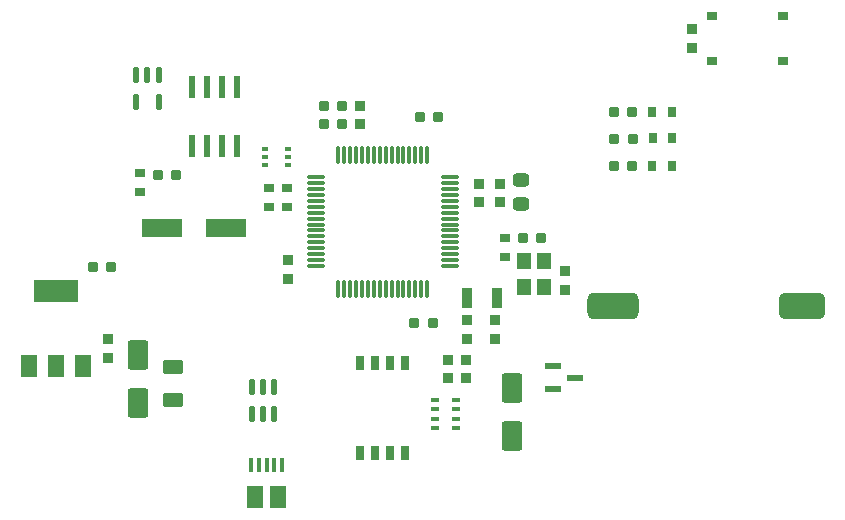
<source format=gbr>
%TF.GenerationSoftware,KiCad,Pcbnew,7.0.5-0*%
%TF.CreationDate,2023-06-05T21:18:08-04:00*%
%TF.ProjectId,7-segment-display-controller,372d7365-676d-4656-9e74-2d646973706c,B*%
%TF.SameCoordinates,Original*%
%TF.FileFunction,Paste,Top*%
%TF.FilePolarity,Positive*%
%FSLAX46Y46*%
G04 Gerber Fmt 4.6, Leading zero omitted, Abs format (unit mm)*
G04 Created by KiCad (PCBNEW 7.0.5-0) date 2023-06-05 21:18:08*
%MOMM*%
%LPD*%
G01*
G04 APERTURE LIST*
G04 Aperture macros list*
%AMRoundRect*
0 Rectangle with rounded corners*
0 $1 Rounding radius*
0 $2 $3 $4 $5 $6 $7 $8 $9 X,Y pos of 4 corners*
0 Add a 4 corners polygon primitive as box body*
4,1,4,$2,$3,$4,$5,$6,$7,$8,$9,$2,$3,0*
0 Add four circle primitives for the rounded corners*
1,1,$1+$1,$2,$3*
1,1,$1+$1,$4,$5*
1,1,$1+$1,$6,$7*
1,1,$1+$1,$8,$9*
0 Add four rect primitives between the rounded corners*
20,1,$1+$1,$2,$3,$4,$5,0*
20,1,$1+$1,$4,$5,$6,$7,0*
20,1,$1+$1,$6,$7,$8,$9,0*
20,1,$1+$1,$8,$9,$2,$3,0*%
G04 Aperture macros list end*
%ADD10RoundRect,0.130000X-0.587500X-0.150000X0.587500X-0.150000X0.587500X0.150000X-0.587500X0.150000X0*%
%ADD11RoundRect,0.180000X0.275000X-0.200000X0.275000X0.200000X-0.275000X0.200000X-0.275000X-0.200000X0*%
%ADD12RoundRect,0.180000X-0.200000X-0.275000X0.200000X-0.275000X0.200000X0.275000X-0.200000X0.275000X0*%
%ADD13RoundRect,0.205000X-0.250000X0.225000X-0.250000X-0.225000X0.250000X-0.225000X0.250000X0.225000X0*%
%ADD14R,1.460000X1.960000*%
%ADD15R,3.760000X1.960000*%
%ADD16R,0.960000X1.760000*%
%ADD17RoundRect,0.198750X0.218750X0.256250X-0.218750X0.256250X-0.218750X-0.256250X0.218750X-0.256250X0*%
%ADD18RoundRect,0.205000X-0.225000X-0.250000X0.225000X-0.250000X0.225000X0.250000X-0.225000X0.250000X0*%
%ADD19R,0.360000X1.310000*%
%ADD20R,1.460000X1.860000*%
%ADD21RoundRect,0.205000X0.250000X-0.225000X0.250000X0.225000X-0.250000X0.225000X-0.250000X-0.225000X0*%
%ADD22RoundRect,0.130000X0.150000X-0.512500X0.150000X0.512500X-0.150000X0.512500X-0.150000X-0.512500X0*%
%ADD23RoundRect,0.130000X-0.150000X0.512500X-0.150000X-0.512500X0.150000X-0.512500X0.150000X0.512500X0*%
%ADD24RoundRect,0.230000X0.650000X-1.000000X0.650000X1.000000X-0.650000X1.000000X-0.650000X-1.000000X0*%
%ADD25RoundRect,0.055000X0.700000X0.075000X-0.700000X0.075000X-0.700000X-0.075000X0.700000X-0.075000X0*%
%ADD26RoundRect,0.055000X0.075000X0.700000X-0.075000X0.700000X-0.075000X-0.700000X0.075000X-0.700000X0*%
%ADD27R,0.960000X0.710000*%
%ADD28RoundRect,0.555000X-1.625000X-0.575000X1.625000X-0.575000X1.625000X0.575000X-1.625000X0.575000X0*%
%ADD29RoundRect,0.555000X-1.425000X-0.575000X1.425000X-0.575000X1.425000X0.575000X-1.425000X0.575000X0*%
%ADD30RoundRect,0.230000X-1.500000X-0.550000X1.500000X-0.550000X1.500000X0.550000X-1.500000X0.550000X0*%
%ADD31R,1.160000X1.360000*%
%ADD32RoundRect,0.130000X-0.150000X0.825000X-0.150000X-0.825000X0.150000X-0.825000X0.150000X0.825000X0*%
%ADD33R,0.760000X0.460000*%
%ADD34R,0.760000X0.360000*%
%ADD35RoundRect,0.230000X-0.450000X0.325000X-0.450000X-0.325000X0.450000X-0.325000X0.450000X0.325000X0*%
%ADD36RoundRect,0.205000X0.225000X0.250000X-0.225000X0.250000X-0.225000X-0.250000X0.225000X-0.250000X0*%
%ADD37R,0.610000X0.360000*%
%ADD38R,0.720000X1.230000*%
%ADD39RoundRect,0.230000X0.625000X-0.375000X0.625000X0.375000X-0.625000X0.375000X-0.625000X-0.375000X0*%
G04 APERTURE END LIST*
D10*
%TO.C,Q101*%
X47449500Y-41468000D03*
X47449500Y-43368000D03*
X49324500Y-42418000D03*
%TD*%
D11*
%TO.C,R110*%
X24892000Y-28003000D03*
X24892000Y-26353000D03*
%TD*%
D12*
%TO.C,R102*%
X55819200Y-19920800D03*
X57469200Y-19920800D03*
%TD*%
D13*
%TO.C,C107*%
X42926000Y-25996600D03*
X42926000Y-27546600D03*
%TD*%
D14*
%TO.C,U201*%
X3045700Y-41402400D03*
X5345700Y-41402400D03*
D15*
X5345700Y-35102400D03*
D14*
X7645700Y-41402400D03*
%TD*%
D12*
%TO.C,R101*%
X55880000Y-22156000D03*
X57530000Y-22156000D03*
%TD*%
D16*
%TO.C,Y103*%
X42652000Y-35687000D03*
X40152000Y-35687000D03*
%TD*%
D17*
%TO.C,D101*%
X54165100Y-22181400D03*
X52590100Y-22181400D03*
%TD*%
D18*
%TO.C,C109*%
X44894200Y-30632400D03*
X46444200Y-30632400D03*
%TD*%
D13*
%TO.C,C116*%
X38557200Y-40931800D03*
X38557200Y-42481800D03*
%TD*%
D19*
%TO.C,J102*%
X21890200Y-49794700D03*
X22540200Y-49794700D03*
X23190200Y-49794700D03*
X23840200Y-49794700D03*
X24490200Y-49794700D03*
D20*
X22190200Y-52494700D03*
X24190200Y-52494700D03*
%TD*%
D13*
%TO.C,C201*%
X9779000Y-39179200D03*
X9779000Y-40729200D03*
%TD*%
D21*
%TO.C,C104*%
X25019000Y-34049000D03*
X25019000Y-32499000D03*
%TD*%
%TO.C,C112*%
X40132000Y-39129000D03*
X40132000Y-37579000D03*
%TD*%
D13*
%TO.C,C106*%
X41198800Y-25996600D03*
X41198800Y-27546600D03*
%TD*%
D18*
%TO.C,C111*%
X36156600Y-20370800D03*
X37706600Y-20370800D03*
%TD*%
D22*
%TO.C,U102*%
X21935400Y-45485900D03*
X22885400Y-45485900D03*
X23835400Y-45485900D03*
X23835400Y-43210900D03*
X22885400Y-43210900D03*
X21935400Y-43210900D03*
%TD*%
D23*
%TO.C,U103*%
X14031000Y-16769500D03*
X13081000Y-16769500D03*
X12131000Y-16769500D03*
X12131000Y-19044500D03*
X14031000Y-19044500D03*
%TD*%
D24*
%TO.C,D106*%
X43942000Y-47339000D03*
X43942000Y-43339000D03*
%TD*%
D25*
%TO.C,U101*%
X38695000Y-32960000D03*
X38695000Y-32460000D03*
X38695000Y-31960000D03*
X38695000Y-31460000D03*
X38695000Y-30960000D03*
X38695000Y-30460000D03*
X38695000Y-29960000D03*
X38695000Y-29460000D03*
X38695000Y-28960000D03*
X38695000Y-28460000D03*
X38695000Y-27960000D03*
X38695000Y-27460000D03*
X38695000Y-26960000D03*
X38695000Y-26460000D03*
X38695000Y-25960000D03*
X38695000Y-25460000D03*
D26*
X36770000Y-23535000D03*
X36270000Y-23535000D03*
X35770000Y-23535000D03*
X35270000Y-23535000D03*
X34770000Y-23535000D03*
X34270000Y-23535000D03*
X33770000Y-23535000D03*
X33270000Y-23535000D03*
X32770000Y-23535000D03*
X32270000Y-23535000D03*
X31770000Y-23535000D03*
X31270000Y-23535000D03*
X30770000Y-23535000D03*
X30270000Y-23535000D03*
X29770000Y-23535000D03*
X29270000Y-23535000D03*
D25*
X27345000Y-25460000D03*
X27345000Y-25960000D03*
X27345000Y-26460000D03*
X27345000Y-26960000D03*
X27345000Y-27460000D03*
X27345000Y-27960000D03*
X27345000Y-28460000D03*
X27345000Y-28960000D03*
X27345000Y-29460000D03*
X27345000Y-29960000D03*
X27345000Y-30460000D03*
X27345000Y-30960000D03*
X27345000Y-31460000D03*
X27345000Y-31960000D03*
X27345000Y-32460000D03*
X27345000Y-32960000D03*
D26*
X29270000Y-34885000D03*
X29770000Y-34885000D03*
X30270000Y-34885000D03*
X30770000Y-34885000D03*
X31270000Y-34885000D03*
X31770000Y-34885000D03*
X32270000Y-34885000D03*
X32770000Y-34885000D03*
X33270000Y-34885000D03*
X33770000Y-34885000D03*
X34270000Y-34885000D03*
X34770000Y-34885000D03*
X35270000Y-34885000D03*
X35770000Y-34885000D03*
X36270000Y-34885000D03*
X36770000Y-34885000D03*
%TD*%
D11*
%TO.C,R103*%
X43383200Y-32219400D03*
X43383200Y-30569400D03*
%TD*%
D17*
%TO.C,D102*%
X54129700Y-19920800D03*
X52554700Y-19920800D03*
%TD*%
D27*
%TO.C,SW106*%
X60881000Y-11841000D03*
X66881000Y-11841000D03*
X60881000Y-15591000D03*
X66881000Y-15591000D03*
%TD*%
D28*
%TO.C,BT101*%
X52502800Y-36322000D03*
D29*
X68502800Y-36322000D03*
%TD*%
D30*
%TO.C,C115*%
X14318000Y-29718000D03*
X19718000Y-29718000D03*
%TD*%
D11*
%TO.C,R104*%
X12446000Y-26733000D03*
X12446000Y-25083000D03*
%TD*%
D31*
%TO.C,Y101*%
X46671600Y-34755000D03*
X46671600Y-32555000D03*
X44971600Y-32555000D03*
X44971600Y-34755000D03*
%TD*%
D21*
%TO.C,C117*%
X31115000Y-20968000D03*
X31115000Y-19418000D03*
%TD*%
D32*
%TO.C,U104*%
X20701000Y-17845000D03*
X19431000Y-17845000D03*
X18161000Y-17845000D03*
X16891000Y-17845000D03*
X16891000Y-22795000D03*
X18161000Y-22795000D03*
X19431000Y-22795000D03*
X20701000Y-22795000D03*
%TD*%
D11*
%TO.C,R109*%
X23368000Y-28003000D03*
X23368000Y-26353000D03*
%TD*%
D18*
%TO.C,C103*%
X28054000Y-20955000D03*
X29604000Y-20955000D03*
%TD*%
D12*
%TO.C,R105*%
X55829600Y-24467400D03*
X57479600Y-24467400D03*
%TD*%
D33*
%TO.C,RN101*%
X39254000Y-46716800D03*
D34*
X39254000Y-45916800D03*
X39254000Y-45116800D03*
D33*
X39254000Y-44316800D03*
X37454000Y-44316800D03*
D34*
X37454000Y-45116800D03*
X37454000Y-45916800D03*
D33*
X37454000Y-46716800D03*
%TD*%
D24*
%TO.C,D103*%
X12319000Y-44545000D03*
X12319000Y-40545000D03*
%TD*%
D35*
%TO.C,FB101*%
X44704000Y-25645000D03*
X44704000Y-27695000D03*
%TD*%
D36*
%TO.C,C118*%
X15507000Y-25273000D03*
X13957000Y-25273000D03*
%TD*%
D37*
%TO.C,D104*%
X24953000Y-24399000D03*
X24953000Y-23749000D03*
X24953000Y-23099000D03*
X23053000Y-23099000D03*
X23053000Y-23749000D03*
X23053000Y-24399000D03*
%TD*%
D17*
%TO.C,D107*%
X54140100Y-24467400D03*
X52565100Y-24467400D03*
%TD*%
D36*
%TO.C,C105*%
X37249400Y-37795200D03*
X35699400Y-37795200D03*
%TD*%
D13*
%TO.C,C114*%
X59182000Y-12941000D03*
X59182000Y-14491000D03*
%TD*%
D38*
%TO.C,SW101*%
X31115000Y-48768000D03*
X32385000Y-48768000D03*
X33655000Y-48768000D03*
X34925000Y-48768000D03*
X34925000Y-41148000D03*
X33655000Y-41148000D03*
X32385000Y-41148000D03*
X31115000Y-41148000D03*
%TD*%
D36*
%TO.C,C202*%
X10046000Y-33020000D03*
X8496000Y-33020000D03*
%TD*%
D21*
%TO.C,C113*%
X42545000Y-39129000D03*
X42545000Y-37579000D03*
%TD*%
D13*
%TO.C,C101*%
X40081200Y-40931800D03*
X40081200Y-42481800D03*
%TD*%
D39*
%TO.C,F101*%
X15240000Y-44326000D03*
X15240000Y-41526000D03*
%TD*%
D18*
%TO.C,C102*%
X28054000Y-19431000D03*
X29604000Y-19431000D03*
%TD*%
D21*
%TO.C,C108*%
X48425600Y-34963400D03*
X48425600Y-33413400D03*
%TD*%
M02*

</source>
